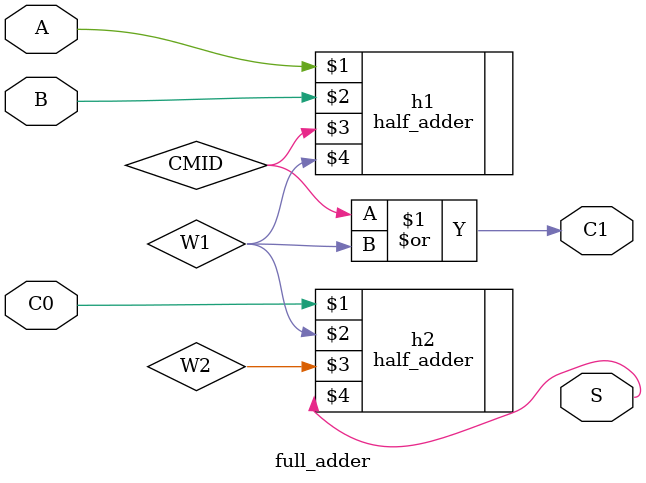
<source format=v>
`include "half_adder.v"
module full_adder(input A,input B,input C0,output C1,output S);
//    wire x1;
//    wire a1,a2,a3;
//    wire o1;
//    xor xor1 (x1,A,B);
//    xor xor2 (S,x1,C0);

//    and and1 (a1,A,B);
//    and and2 (a2,B,C0);
//    and and3 (a3,A,C0);

//    or or1(o1,a1,a2);
//    or or2(C1,o1,a3);

//or via different method
// assign S = A ^ B ^ C0;
// assign C1 = (A&&B)||(B&&C0)||(C0&&A);


wire CMID;
wire w1,w2;
half_adder h1(A,B,CMID,W1);
half_adder h2(C0,W1,W2,S);
or o1(C1,CMID,W1);


endmodule

</source>
